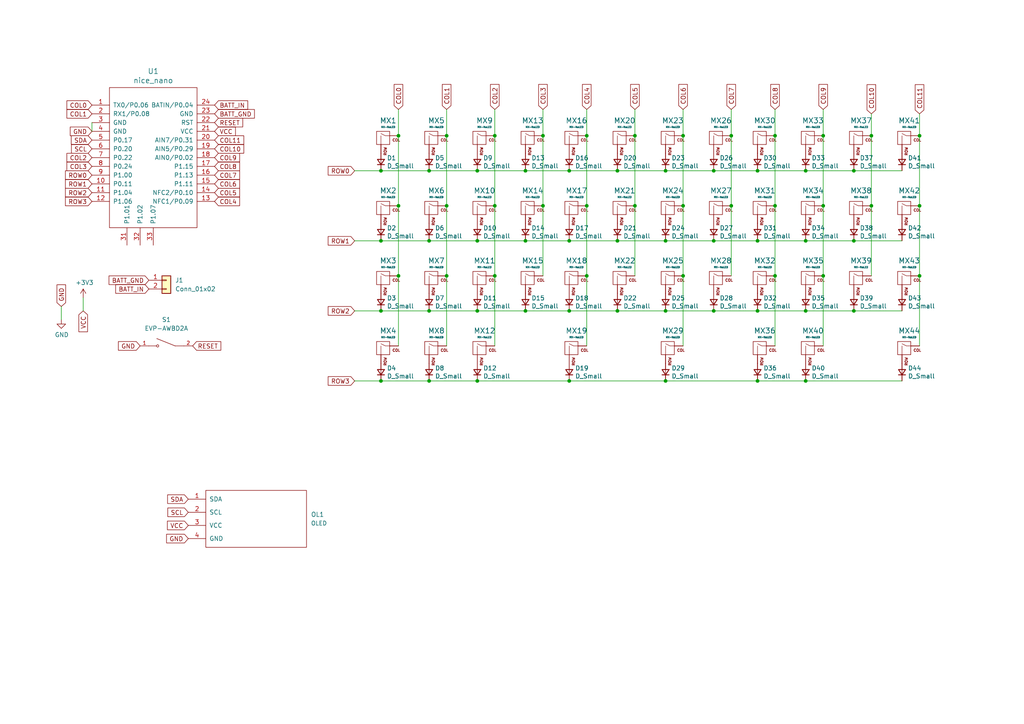
<source format=kicad_sch>
(kicad_sch (version 20211123) (generator eeschema)
  (paper "A4")
  (lib_symbols
    (symbol "Connector_Generic:Conn_01x02" (pin_names (offset 1.016) hide)
      (property "Reference" "J" (at 0 2.54 0))
      (property "Value" "Conn_01x02" (at 0 -5.08 0))
      (symbol "Conn_01x02_1_1"
        (rectangle (start -1.27 -2.413) (end 0 -2.667) (stroke (width 0.1524)))
        (rectangle (start -1.27 0.127) (end 0 -0.127) (stroke (width 0.1524)))
        (rectangle (start -1.27 1.27) (end 1.27 -3.81) (stroke (width 0.254)) (fill (type background)))
        (pin passive line (at -5.08 0 0) (length 3.81) (name "Pin_1") (number "1"))
        (pin passive line (at -5.08 -2.54 0) (length 3.81) (name "Pin_2") (number "2"))
      )
    )
    (symbol "Device:D_Small" (pin_numbers hide) (pin_names (offset 0.254) hide)
      (property "Reference" "D" (at -1.27 2.032 0))
      (property "Value" "D_Small" (at -3.81 -2.032 0))
      (symbol "D_Small_0_1"
        (polyline (pts (xy -0.762 -1.016) (xy -0.762 1.016)) (stroke (width 0.254)))
        (polyline (pts (xy -0.762 0) (xy 0.762 0)))
        (polyline (pts (xy 0.762 -1.016) (xy -0.762 0) (xy 0.762 1.016) (xy 0.762 -1.016)) (stroke (width 0.254)))
      )
      (symbol "D_Small_1_1"
        (pin passive line (at -2.54 0 0) (length 1.778) (name "K") (number "1"))
        (pin passive line (at 2.54 0 180) (length 1.778) (name "A") (number "2"))
      )
    )
    (symbol "EVP-AWBD2A:EVP-AWBD2A" (pin_names (offset 1.016) hide)
      (property "Reference" "S" (at -5.08 2.54 0))
      (property "Value" "EVP-AWBD2A" (at -5.08 -2.54 0))
      (symbol "EVP-AWBD2A_0_0"
        (circle (center -2.54 0) (radius 0.3302) (stroke (width 0.1524)))
        (polyline (pts (xy -5.08 0) (xy -2.921 0)) (stroke (width 0.1524)))
        (polyline (pts (xy 2.54 0) (xy -2.794 2.1336)) (stroke (width 0.1524)))
        (polyline (pts (xy 2.54 0) (xy 5.08 0)) (stroke (width 0.1524)))
        (pin passive line (at -7.62 0 0) (length 2.54) (name "~") (number "1"))
        (pin passive line (at 7.62 0 180) (length 2.54) (name "~") (number "2"))
      )
    )
    (symbol "MX_Alps_Hybrid:MX-NoLED" (pin_names (offset 1.016))
      (property "Reference" "MX" (at -0.635 3.81 0))
      (property "Value" "MX-NoLED" (at -0.635 1.27 0))
      (symbol "MX-NoLED_0_0"
        (rectangle (start -2.54 2.54) (end 1.27 -1.27))
        (polyline (pts (xy -1.27 -1.27) (xy -1.27 1.27)) (stroke (width 0.127)))
        (polyline (pts (xy 1.27 1.27) (xy 0 1.27) (xy -1.27 1.905)) (stroke (width 0.127)))
        (text "COL" (at 3.175 0 0) (effects (font (size 0.762 0.762))))
        (text "ROW" (at 0 -1.905 900) (effects (font (size 0.762 0.762)) (justify right)))
      )
      (symbol "MX-NoLED_1_1"
        (pin passive line (at 3.81 1.27 180) (length 2.54) (name "COL") (number "1"))
        (pin passive line (at -1.27 -3.81 90) (length 2.54) (name "ROW") (number "2"))
      )
    )
    (symbol "kbd:OLED" (pin_names (offset 1.016))
      (property "Reference" "OL" (at 0 2.54 0))
      (property "Value" "OLED" (at 0 -1.27 0))
      (symbol "OLED_0_1"
        (rectangle (start -13.97 8.89) (end 15.24 -7.62))
      )
      (symbol "OLED_1_1"
        (pin bidirectional line (at -19.05 6.35 0) (length 5.08) (name "SDA") (number "1"))
        (pin bidirectional line (at -19.05 2.54 0) (length 5.08) (name "SCL") (number "2"))
        (pin power_in line (at -19.05 -1.27 0) (length 5.08) (name "VCC") (number "3"))
        (pin power_in line (at -19.05 -5.08 0) (length 5.08) (name "GND") (number "4"))
      )
    )
    (symbol "nice_nano:nice_nano" (pin_names (offset 1.016))
      (property "Reference" "U" (at 0 0 0))
      (property "Value" "nice_nano" (at 0 2.54 0))
      (symbol "nice_nano_0_1"
        (rectangle (start -12.7 -21.59) (end 12.7 19.05))
      )
      (symbol "nice_nano_1_1"
        (pin input line (at -17.78 13.97 0) (length 5.08) (name "TX0/P0.06") (number "1"))
        (pin input line (at -17.78 -8.89 0) (length 5.08) (name "P0.11") (number "10"))
        (pin input line (at -17.78 -11.43 0) (length 5.08) (name "P1.04") (number "11"))
        (pin input line (at -17.78 -13.97 0) (length 5.08) (name "P1.06") (number "12"))
        (pin input line (at 17.78 -13.97 180) (length 5.08) (name "NFC1/P0.09") (number "13"))
        (pin input line (at 17.78 -11.43 180) (length 5.08) (name "NFC2/P0.10") (number "14"))
        (pin input line (at 17.78 -8.89 180) (length 5.08) (name "P1.11") (number "15"))
        (pin input line (at 17.78 -6.35 180) (length 5.08) (name "P1.13") (number "16"))
        (pin input line (at 17.78 -3.81 180) (length 5.08) (name "P1.15") (number "17"))
        (pin input line (at 17.78 -1.27 180) (length 5.08) (name "AIN0/P0.02") (number "18"))
        (pin input line (at 17.78 1.27 180) (length 5.08) (name "AIN5/P0.29") (number "19"))
        (pin input line (at -17.78 11.43 0) (length 5.08) (name "RX1/P0.08") (number "2"))
        (pin input line (at 17.78 3.81 180) (length 5.08) (name "AIN7/P0.31") (number "20"))
        (pin input line (at 17.78 6.35 180) (length 5.08) (name "VCC") (number "21"))
        (pin input line (at 17.78 8.89 180) (length 5.08) (name "RST") (number "22"))
        (pin input line (at 17.78 11.43 180) (length 5.08) (name "GND") (number "23"))
        (pin input line (at 17.78 13.97 180) (length 5.08) (name "BATIN/P0.04") (number "24"))
        (pin input line (at -17.78 8.89 0) (length 5.08) (name "GND") (number "3"))
        (pin input line (at -7.62 -26.67 90) (length 5.08) (name "P1.01") (number "31"))
        (pin input line (at -3.81 -26.67 90) (length 5.08) (name "P1.02") (number "32"))
        (pin input line (at 0 -26.67 90) (length 5.08) (name "P1.07") (number "33"))
        (pin input line (at -17.78 6.35 0) (length 5.08) (name "GND") (number "4"))
        (pin input line (at -17.78 3.81 0) (length 5.08) (name "P0.17") (number "5"))
        (pin input line (at -17.78 1.27 0) (length 5.08) (name "P0.20") (number "6"))
        (pin input line (at -17.78 -1.27 0) (length 5.08) (name "P0.22") (number "7"))
        (pin input line (at -17.78 -3.81 0) (length 5.08) (name "P0.24") (number "8"))
        (pin input line (at -17.78 -6.35 0) (length 5.08) (name "P1.00") (number "9"))
      )
    )
    (symbol "power:+3.3V" (power) (pin_names (offset 0))
      (property "Value" "+3.3V" (at 0 3.556 0))
      (symbol "+3.3V_0_1"
        (polyline (pts (xy -0.762 1.27) (xy 0 2.54)))
        (polyline (pts (xy 0 0) (xy 0 2.54)))
        (polyline (pts (xy 0 2.54) (xy 0.762 1.27)))
      )
      (symbol "+3.3V_1_1"
        (pin power_in line (at 0 0 90) (length 0) hide (name "+3V3") (number "1"))
      )
    )
    (symbol "power:GND" (power) (pin_names (offset 0))
      (property "Value" "GND" (at 0 -3.81 0))
      (symbol "GND_0_1"
        (polyline (pts (xy 0 0) (xy 0 -1.27) (xy 1.27 -1.27) (xy 0 -2.54) (xy -1.27 -1.27) (xy 0 -1.27)))
      )
      (symbol "GND_1_1"
        (pin power_in line (at 0 0 270) (length 0) hide (name "GND") (number "1"))
      )
    )
  )
  (junction (at 224.79 39.37))
  (junction (at 124.46 49.53))
  (junction (at 115.57 39.37))
  (junction (at 224.79 59.69))
  (junction (at 198.12 59.69))
  (junction (at 179.07 49.53))
  (junction (at 124.46 90.17))
  (junction (at 165.1 110.49))
  (junction (at 157.48 59.69))
  (junction (at 179.07 69.85))
  (junction (at 212.09 59.69))
  (junction (at 129.54 80.01))
  (junction (at 193.04 49.53))
  (junction (at 124.46 69.85))
  (junction (at 193.04 90.17))
  (junction (at 157.48 39.37))
  (junction (at 238.76 80.01))
  (junction (at 219.71 90.17))
  (junction (at 129.54 59.69))
  (junction (at 165.1 49.53))
  (junction (at 266.7 80.01))
  (junction (at 179.07 90.17))
  (junction (at 110.49 49.53))
  (junction (at 219.71 110.49))
  (junction (at 138.43 90.17))
  (junction (at 170.18 59.69))
  (junction (at 198.12 39.37))
  (junction (at 138.43 110.49))
  (junction (at 219.71 69.85))
  (junction (at 238.76 59.69))
  (junction (at 207.01 49.53))
  (junction (at 110.49 110.49))
  (junction (at 207.01 90.17))
  (junction (at 170.18 39.37))
  (junction (at 165.1 69.85))
  (junction (at 124.46 110.49))
  (junction (at 266.7 39.37))
  (junction (at 184.15 59.69))
  (junction (at 238.76 39.37))
  (junction (at 212.09 39.37))
  (junction (at 247.65 90.17))
  (junction (at 152.4 49.53))
  (junction (at 247.65 69.85))
  (junction (at 115.57 59.69))
  (junction (at 193.04 69.85))
  (junction (at 115.57 80.01))
  (junction (at 219.71 49.53))
  (junction (at 193.04 110.49))
  (junction (at 198.12 80.01))
  (junction (at 110.49 69.85))
  (junction (at 138.43 69.85))
  (junction (at 184.15 39.37))
  (junction (at 143.51 39.37))
  (junction (at 224.79 80.01))
  (junction (at 207.01 69.85))
  (junction (at 170.18 80.01))
  (junction (at 143.51 80.01))
  (junction (at 266.7 59.69))
  (junction (at 233.68 110.49))
  (junction (at 110.49 90.17))
  (junction (at 252.73 59.69))
  (junction (at 152.4 69.85))
  (junction (at 143.51 59.69))
  (junction (at 233.68 90.17))
  (junction (at 233.68 69.85))
  (junction (at 165.1 90.17))
  (junction (at 129.54 39.37))
  (junction (at 247.65 49.53))
  (junction (at 233.68 49.53))
  (junction (at 252.73 39.37))
  (junction (at 138.43 49.53))
  (junction (at 152.4 90.17))
  (wire (pts (xy 193.04 110.49) (xy 219.71 110.49)))
  (wire (pts (xy 252.73 39.37) (xy 252.73 59.69)))
  (wire (pts (xy 138.43 110.49) (xy 165.1 110.49)))
  (wire (pts (xy 193.04 90.17) (xy 207.01 90.17)))
  (wire (pts (xy 110.49 69.85) (xy 124.46 69.85)))
  (wire (pts (xy 179.07 69.85) (xy 193.04 69.85)))
  (wire (pts (xy 138.43 90.17) (xy 152.4 90.17)))
  (wire (pts (xy 170.18 39.37) (xy 170.18 59.69)))
  (wire (pts (xy 238.76 80.01) (xy 238.76 100.33)))
  (wire (pts (xy 219.71 110.49) (xy 233.68 110.49)))
  (wire (pts (xy 184.15 59.69) (xy 184.15 80.01)))
  (wire (pts (xy 143.51 80.01) (xy 143.51 100.33)))
  (wire (pts (xy 224.79 59.69) (xy 224.79 80.01)))
  (wire (pts (xy 157.48 31.75) (xy 157.48 39.37)))
  (wire (pts (xy 219.71 90.17) (xy 233.68 90.17)))
  (wire (pts (xy 102.87 49.53) (xy 110.49 49.53)))
  (wire (pts (xy 143.51 31.75) (xy 143.51 39.37)))
  (wire (pts (xy 219.71 69.85) (xy 233.68 69.85)))
  (wire (pts (xy 152.4 49.53) (xy 165.1 49.53)))
  (wire (pts (xy 219.71 49.53) (xy 233.68 49.53)))
  (wire (pts (xy 102.87 90.17) (xy 110.49 90.17)))
  (wire (pts (xy 233.68 69.85) (xy 247.65 69.85)))
  (wire (pts (xy 198.12 39.37) (xy 198.12 59.69)))
  (wire (pts (xy 129.54 59.69) (xy 129.54 80.01)))
  (wire (pts (xy 224.79 80.01) (xy 224.79 100.33)))
  (wire (pts (xy 252.73 59.69) (xy 252.73 80.01)))
  (wire (pts (xy 110.49 110.49) (xy 124.46 110.49)))
  (wire (pts (xy 207.01 69.85) (xy 219.71 69.85)))
  (wire (pts (xy 129.54 39.37) (xy 129.54 59.69)))
  (wire (pts (xy 138.43 69.85) (xy 152.4 69.85)))
  (wire (pts (xy 157.48 39.37) (xy 157.48 59.69)))
  (wire (pts (xy 115.57 59.69) (xy 115.57 80.01)))
  (wire (pts (xy 247.65 69.85) (xy 261.62 69.85)))
  (wire (pts (xy 238.76 31.75) (xy 238.76 39.37)))
  (wire (pts (xy 224.79 39.37) (xy 224.79 59.69)))
  (wire (pts (xy 102.87 69.85) (xy 110.49 69.85)))
  (wire (pts (xy 115.57 39.37) (xy 115.57 59.69)))
  (wire (pts (xy 24.13 86.36) (xy 24.13 90.17)))
  (wire (pts (xy 124.46 90.17) (xy 138.43 90.17)))
  (wire (pts (xy 193.04 69.85) (xy 207.01 69.85)))
  (wire (pts (xy 124.46 69.85) (xy 138.43 69.85)))
  (wire (pts (xy 266.7 33.02) (xy 266.7 39.37)))
  (wire (pts (xy 124.46 110.49) (xy 138.43 110.49)))
  (wire (pts (xy 266.7 39.37) (xy 266.7 59.69)))
  (wire (pts (xy 129.54 31.75) (xy 129.54 39.37)))
  (wire (pts (xy 165.1 90.17) (xy 179.07 90.17)))
  (wire (pts (xy 26.67 35.56) (xy 26.67 38.1)))
  (wire (pts (xy 165.1 69.85) (xy 179.07 69.85)))
  (wire (pts (xy 193.04 49.53) (xy 207.01 49.53)))
  (wire (pts (xy 238.76 39.37) (xy 238.76 59.69)))
  (wire (pts (xy 170.18 31.75) (xy 170.18 39.37)))
  (wire (pts (xy 152.4 69.85) (xy 165.1 69.85)))
  (wire (pts (xy 207.01 90.17) (xy 219.71 90.17)))
  (wire (pts (xy 247.65 49.53) (xy 261.62 49.53)))
  (wire (pts (xy 157.48 59.69) (xy 157.48 80.01)))
  (wire (pts (xy 198.12 59.69) (xy 198.12 80.01)))
  (wire (pts (xy 124.46 49.53) (xy 138.43 49.53)))
  (wire (pts (xy 115.57 31.75) (xy 115.57 39.37)))
  (wire (pts (xy 212.09 59.69) (xy 212.09 80.01)))
  (wire (pts (xy 17.78 92.71) (xy 17.78 88.9)))
  (wire (pts (xy 110.49 90.17) (xy 124.46 90.17)))
  (wire (pts (xy 184.15 31.75) (xy 184.15 39.37)))
  (wire (pts (xy 233.68 90.17) (xy 247.65 90.17)))
  (wire (pts (xy 143.51 39.37) (xy 143.51 59.69)))
  (wire (pts (xy 115.57 80.01) (xy 115.57 100.33)))
  (wire (pts (xy 252.73 33.02) (xy 252.73 39.37)))
  (wire (pts (xy 233.68 110.49) (xy 261.62 110.49)))
  (wire (pts (xy 266.7 80.01) (xy 266.7 100.33)))
  (wire (pts (xy 198.12 80.01) (xy 198.12 100.33)))
  (wire (pts (xy 138.43 49.53) (xy 152.4 49.53)))
  (wire (pts (xy 247.65 90.17) (xy 261.62 90.17)))
  (wire (pts (xy 179.07 49.53) (xy 193.04 49.53)))
  (wire (pts (xy 266.7 59.69) (xy 266.7 80.01)))
  (wire (pts (xy 179.07 90.17) (xy 193.04 90.17)))
  (wire (pts (xy 224.79 31.75) (xy 224.79 39.37)))
  (wire (pts (xy 143.51 59.69) (xy 143.51 80.01)))
  (wire (pts (xy 165.1 110.49) (xy 193.04 110.49)))
  (wire (pts (xy 170.18 59.69) (xy 170.18 80.01)))
  (wire (pts (xy 165.1 49.53) (xy 179.07 49.53)))
  (wire (pts (xy 129.54 80.01) (xy 129.54 100.33)))
  (wire (pts (xy 184.15 39.37) (xy 184.15 59.69)))
  (wire (pts (xy 212.09 39.37) (xy 212.09 59.69)))
  (wire (pts (xy 233.68 49.53) (xy 247.65 49.53)))
  (wire (pts (xy 238.76 59.69) (xy 238.76 80.01)))
  (wire (pts (xy 102.87 110.49) (xy 110.49 110.49)))
  (wire (pts (xy 152.4 90.17) (xy 165.1 90.17)))
  (wire (pts (xy 212.09 31.75) (xy 212.09 39.37)))
  (wire (pts (xy 207.01 49.53) (xy 219.71 49.53)))
  (wire (pts (xy 198.12 31.75) (xy 198.12 39.37)))
  (wire (pts (xy 170.18 80.01) (xy 170.18 100.33)))
  (wire (pts (xy 110.49 49.53) (xy 124.46 49.53)))
  (global_label "COL0" (shape input) (at 115.57 31.75 90) (property "Intersheet References" "${INTERSHEET_REFS}" (effects hide)))
  (global_label "COL7" (shape input) (at 62.23 50.8 0) (property "Intersheet References" "${INTERSHEET_REFS}" (effects hide)))
  (global_label "GND" (shape input) (at 40.64 100.33 180) (property "Intersheet References" "${INTERSHEET_REFS}" (effects hide)))
  (global_label "GND" (shape input) (at 17.78 88.9 90) (property "Intersheet References" "${INTERSHEET_REFS}" (effects hide)))
  (global_label "BATT_IN" (shape input) (at 43.18 83.82 180) (property "Intersheet References" "${INTERSHEET_REFS}" (effects hide)))
  (global_label "GND" (shape input) (at 54.61 156.21 180) (property "Intersheet References" "${INTERSHEET_REFS}" (effects hide)))
  (global_label "RESET" (shape input) (at 55.88 100.33 0) (property "Intersheet References" "${INTERSHEET_REFS}" (effects hide)))
  (global_label "COL8" (shape input) (at 224.79 31.75 90) (property "Intersheet References" "${INTERSHEET_REFS}" (effects hide)))
  (global_label "COL9" (shape input) (at 62.23 45.72 0) (property "Intersheet References" "${INTERSHEET_REFS}" (effects hide)))
  (global_label "COL11" (shape input) (at 62.23 40.64 0) (property "Intersheet References" "${INTERSHEET_REFS}" (effects hide)))
  (global_label "SCL" (shape input) (at 26.67 43.18 180) (property "Intersheet References" "${INTERSHEET_REFS}" (effects hide)))
  (global_label "COL6" (shape input) (at 62.23 53.34 0) (property "Intersheet References" "${INTERSHEET_REFS}" (effects hide)))
  (global_label "RESET" (shape input) (at 62.23 35.56 0) (property "Intersheet References" "${INTERSHEET_REFS}" (effects hide)))
  (global_label "ROW3" (shape input) (at 102.87 110.49 180) (property "Intersheet References" "${INTERSHEET_REFS}" (effects hide)))
  (global_label "COL5" (shape input) (at 62.23 55.88 0) (property "Intersheet References" "${INTERSHEET_REFS}" (effects hide)))
  (global_label "COL0" (shape input) (at 26.67 30.48 180) (property "Intersheet References" "${INTERSHEET_REFS}" (effects hide)))
  (global_label "COL5" (shape input) (at 184.15 31.75 90) (property "Intersheet References" "${INTERSHEET_REFS}" (effects hide)))
  (global_label "ROW1" (shape input) (at 26.67 53.34 180) (property "Intersheet References" "${INTERSHEET_REFS}" (effects hide)))
  (global_label "COL1" (shape input) (at 26.67 33.02 180) (property "Intersheet References" "${INTERSHEET_REFS}" (effects hide)))
  (global_label "COL9" (shape input) (at 238.76 31.75 90) (property "Intersheet References" "${INTERSHEET_REFS}" (effects hide)))
  (global_label "COL1" (shape input) (at 129.54 31.75 90) (property "Intersheet References" "${INTERSHEET_REFS}" (effects hide)))
  (global_label "VCC" (shape input) (at 24.13 90.17 270) (property "Intersheet References" "${INTERSHEET_REFS}" (effects hide)))
  (global_label "COL6" (shape input) (at 198.12 31.75 90) (property "Intersheet References" "${INTERSHEET_REFS}" (effects hide)))
  (global_label "VCC" (shape input) (at 54.61 152.4 180) (property "Intersheet References" "${INTERSHEET_REFS}" (effects hide)))
  (global_label "SDA" (shape input) (at 54.61 144.78 180) (property "Intersheet References" "${INTERSHEET_REFS}" (effects hide)))
  (global_label "COL11" (shape input) (at 266.7 33.02 90) (property "Intersheet References" "${INTERSHEET_REFS}" (effects hide)))
  (global_label "BATT_GND" (shape input) (at 62.23 33.02 0) (property "Intersheet References" "${INTERSHEET_REFS}" (effects hide)))
  (global_label "ROW3" (shape input) (at 26.67 58.42 180) (property "Intersheet References" "${INTERSHEET_REFS}" (effects hide)))
  (global_label "COL7" (shape input) (at 212.09 31.75 90) (property "Intersheet References" "${INTERSHEET_REFS}" (effects hide)))
  (global_label "BATT_IN" (shape input) (at 62.23 30.48 0) (property "Intersheet References" "${INTERSHEET_REFS}" (effects hide)))
  (global_label "COL4" (shape input) (at 170.18 31.75 90) (property "Intersheet References" "${INTERSHEET_REFS}" (effects hide)))
  (global_label "COL4" (shape input) (at 62.23 58.42 0) (property "Intersheet References" "${INTERSHEET_REFS}" (effects hide)))
  (global_label "COL2" (shape input) (at 26.67 45.72 180) (property "Intersheet References" "${INTERSHEET_REFS}" (effects hide)))
  (global_label "GND" (shape input) (at 26.67 38.1 180) (property "Intersheet References" "${INTERSHEET_REFS}" (effects hide)))
  (global_label "COL10" (shape input) (at 62.23 43.18 0) (property "Intersheet References" "${INTERSHEET_REFS}" (effects hide)))
  (global_label "ROW0" (shape input) (at 102.87 49.53 180) (property "Intersheet References" "${INTERSHEET_REFS}" (effects hide)))
  (global_label "BATT_GND" (shape input) (at 43.18 81.28 180) (property "Intersheet References" "${INTERSHEET_REFS}" (effects hide)))
  (global_label "ROW2" (shape input) (at 102.87 90.17 180) (property "Intersheet References" "${INTERSHEET_REFS}" (effects hide)))
  (global_label "SCL" (shape input) (at 54.61 148.59 180) (property "Intersheet References" "${INTERSHEET_REFS}" (effects hide)))
  (global_label "ROW0" (shape input) (at 26.67 50.8 180) (property "Intersheet References" "${INTERSHEET_REFS}" (effects hide)))
  (global_label "COL2" (shape input) (at 143.51 31.75 90) (property "Intersheet References" "${INTERSHEET_REFS}" (effects hide)))
  (global_label "ROW2" (shape input) (at 26.67 55.88 180) (property "Intersheet References" "${INTERSHEET_REFS}" (effects hide)))
  (global_label "COL3" (shape input) (at 26.67 48.26 180) (property "Intersheet References" "${INTERSHEET_REFS}" (effects hide)))
  (global_label "COL10" (shape input) (at 252.73 33.02 90) (property "Intersheet References" "${INTERSHEET_REFS}" (effects hide)))
  (global_label "ROW1" (shape input) (at 102.87 69.85 180) (property "Intersheet References" "${INTERSHEET_REFS}" (effects hide)))
  (global_label "VCC" (shape input) (at 62.23 38.1 0) (property "Intersheet References" "${INTERSHEET_REFS}" (effects hide)))
  (global_label "SDA" (shape input) (at 26.67 40.64 180) (property "Intersheet References" "${INTERSHEET_REFS}" (effects hide)))
  (global_label "COL3" (shape input) (at 157.48 31.75 90) (property "Intersheet References" "${INTERSHEET_REFS}" (effects hide)))
  (global_label "COL8" (shape input) (at 62.23 48.26 0) (property "Intersheet References" "${INTERSHEET_REFS}" (effects hide)))
  (symbol (lib_id "nice_nano:nice_nano") (at 44.45 44.45 0) (unit 1)
    (property "Reference" "U1" (at 44.45 20.6502 0) (effects (font (size 1.524 1.524))))
    (property "Value" "nice_nano" (at 44.45 23.3426 0) (effects (font (size 1.524 1.524))))
    (property "Footprint" "nice-nano-kicad:nice_nano" (effects hide))
  )
  (symbol (lib_id "power:GND") (at 17.78 92.71 0) (unit 1)
    (property "Reference" "#PWR0101" (effects hide))
    (property "Value" "GND" (at 17.907 97.1042 0))
  )
  (symbol (lib_id "power:+3.3V") (at 24.13 86.36 0) (unit 1)
    (property "Reference" "#PWR0102" (effects hide))
    (property "Value" "+3.3V" (at 24.511 81.9658 0))
  )
  (symbol (lib_id "MX_Alps_Hybrid:MX-NoLED") (at 111.76 40.64 0) (unit 1)
    (property "Reference" "MX1" (at 112.5982 34.9758 0) (effects (font (size 1.524 1.524))))
    (property "Value" "MX-NoLED" (at 112.5982 36.8554 0) (effects (font (size 0.508 0.508))))
    (property "Footprint" "MX_Only:MXOnly-1U-Hotswap" (effects hide))
  )
  (symbol (lib_id "Device:D_Small") (at 110.49 46.99 90) (unit 1)
    (property "Reference" "D1" (at 112.2172 45.8216 90) (effects (justify right)))
    (property "Value" "D_Small" (at 112.2172 48.133 90) (effects (justify right)))
    (property "Footprint" "Diode_SMD:D_SMA_Handsoldering" (effects hide))
  )
  (symbol (lib_id "MX_Alps_Hybrid:MX-NoLED") (at 125.73 40.64 0) (unit 1)
    (property "Reference" "MX5" (at 126.5682 34.9758 0) (effects (font (size 1.524 1.524))))
    (property "Value" "MX-NoLED" (at 126.5682 36.8554 0) (effects (font (size 0.508 0.508))))
    (property "Footprint" "MX_Only:MXOnly-1U-Hotswap" (effects hide))
  )
  (symbol (lib_id "Device:D_Small") (at 124.46 46.99 90) (unit 1)
    (property "Reference" "D5" (at 126.1872 45.8216 90) (effects (justify right)))
    (property "Value" "D_Small" (at 126.1872 48.133 90) (effects (justify right)))
    (property "Footprint" "Diode_SMD:D_SMA_Handsoldering" (effects hide))
  )
  (symbol (lib_id "MX_Alps_Hybrid:MX-NoLED") (at 139.7 40.64 0) (unit 1)
    (property "Reference" "MX9" (at 140.5382 34.9758 0) (effects (font (size 1.524 1.524))))
    (property "Value" "MX-NoLED" (at 140.5382 36.8554 0) (effects (font (size 0.508 0.508))))
    (property "Footprint" "MX_Only:MXOnly-1U-Hotswap" (effects hide))
  )
  (symbol (lib_id "Device:D_Small") (at 138.43 46.99 90) (unit 1)
    (property "Reference" "D9" (at 140.1572 45.8216 90) (effects (justify right)))
    (property "Value" "D_Small" (at 140.1572 48.133 90) (effects (justify right)))
    (property "Footprint" "Diode_SMD:D_SMA_Handsoldering" (effects hide))
  )
  (symbol (lib_id "MX_Alps_Hybrid:MX-NoLED") (at 153.67 40.64 0) (unit 1)
    (property "Reference" "MX13" (at 154.5082 34.9758 0) (effects (font (size 1.524 1.524))))
    (property "Value" "MX-NoLED" (at 154.5082 36.8554 0) (effects (font (size 0.508 0.508))))
    (property "Footprint" "MX_Only:MXOnly-1U-Hotswap" (effects hide))
  )
  (symbol (lib_id "Device:D_Small") (at 152.4 46.99 90) (unit 1)
    (property "Reference" "D13" (at 154.1272 45.8216 90) (effects (justify right)))
    (property "Value" "D_Small" (at 154.1272 48.133 90) (effects (justify right)))
    (property "Footprint" "Diode_SMD:D_SMA_Handsoldering" (effects hide))
  )
  (symbol (lib_id "MX_Alps_Hybrid:MX-NoLED") (at 166.37 40.64 0) (unit 1)
    (property "Reference" "MX16" (at 167.2082 34.9758 0) (effects (font (size 1.524 1.524))))
    (property "Value" "MX-NoLED" (at 167.2082 36.8554 0) (effects (font (size 0.508 0.508))))
    (property "Footprint" "MX_Only:MXOnly-1U-Hotswap" (effects hide))
  )
  (symbol (lib_id "Device:D_Small") (at 165.1 46.99 90) (unit 1)
    (property "Reference" "D16" (at 166.8272 45.8216 90) (effects (justify right)))
    (property "Value" "D_Small" (at 166.8272 48.133 90) (effects (justify right)))
    (property "Footprint" "Diode_SMD:D_SMA_Handsoldering" (effects hide))
  )
  (symbol (lib_id "MX_Alps_Hybrid:MX-NoLED") (at 180.34 40.64 0) (unit 1)
    (property "Reference" "MX20" (at 181.1782 34.9758 0) (effects (font (size 1.524 1.524))))
    (property "Value" "MX-NoLED" (at 181.1782 36.8554 0) (effects (font (size 0.508 0.508))))
    (property "Footprint" "MX_Only:MXOnly-1U-Hotswap" (effects hide))
  )
  (symbol (lib_id "Device:D_Small") (at 179.07 46.99 90) (unit 1)
    (property "Reference" "D20" (at 180.7972 45.8216 90) (effects (justify right)))
    (property "Value" "D_Small" (at 180.7972 48.133 90) (effects (justify right)))
    (property "Footprint" "Diode_SMD:D_SMA_Handsoldering" (effects hide))
  )
  (symbol (lib_id "MX_Alps_Hybrid:MX-NoLED") (at 194.31 40.64 0) (unit 1)
    (property "Reference" "MX23" (at 195.1482 34.9758 0) (effects (font (size 1.524 1.524))))
    (property "Value" "MX-NoLED" (at 195.1482 36.8554 0) (effects (font (size 0.508 0.508))))
    (property "Footprint" "MX_Only:MXOnly-1U-Hotswap" (effects hide))
  )
  (symbol (lib_id "Device:D_Small") (at 193.04 46.99 90) (unit 1)
    (property "Reference" "D23" (at 194.7672 45.8216 90) (effects (justify right)))
    (property "Value" "D_Small" (at 194.7672 48.133 90) (effects (justify right)))
    (property "Footprint" "Diode_SMD:D_SMA_Handsoldering" (effects hide))
  )
  (symbol (lib_id "MX_Alps_Hybrid:MX-NoLED") (at 208.28 40.64 0) (unit 1)
    (property "Reference" "MX26" (at 209.1182 34.9758 0) (effects (font (size 1.524 1.524))))
    (property "Value" "MX-NoLED" (at 209.1182 36.8554 0) (effects (font (size 0.508 0.508))))
    (property "Footprint" "MX_Only:MXOnly-1U-Hotswap" (effects hide))
  )
  (symbol (lib_id "Device:D_Small") (at 207.01 46.99 90) (unit 1)
    (property "Reference" "D26" (at 208.7372 45.8216 90) (effects (justify right)))
    (property "Value" "D_Small" (at 208.7372 48.133 90) (effects (justify right)))
    (property "Footprint" "Diode_SMD:D_SMA_Handsoldering" (effects hide))
  )
  (symbol (lib_id "MX_Alps_Hybrid:MX-NoLED") (at 220.98 40.64 0) (unit 1)
    (property "Reference" "MX30" (at 221.8182 34.9758 0) (effects (font (size 1.524 1.524))))
    (property "Value" "MX-NoLED" (at 221.8182 36.8554 0) (effects (font (size 0.508 0.508))))
    (property "Footprint" "MX_Only:MXOnly-1U-Hotswap" (effects hide))
  )
  (symbol (lib_id "Device:D_Small") (at 219.71 46.99 90) (unit 1)
    (property "Reference" "D30" (at 221.4372 45.8216 90) (effects (justify right)))
    (property "Value" "D_Small" (at 221.4372 48.133 90) (effects (justify right)))
    (property "Footprint" "Diode_SMD:D_SMA_Handsoldering" (effects hide))
  )
  (symbol (lib_id "MX_Alps_Hybrid:MX-NoLED") (at 234.95 40.64 0) (unit 1)
    (property "Reference" "MX33" (at 235.7882 34.9758 0) (effects (font (size 1.524 1.524))))
    (property "Value" "MX-NoLED" (at 235.7882 36.8554 0) (effects (font (size 0.508 0.508))))
    (property "Footprint" "MX_Only:MXOnly-1U-Hotswap" (effects hide))
  )
  (symbol (lib_id "Device:D_Small") (at 233.68 46.99 90) (unit 1)
    (property "Reference" "D33" (at 235.4072 45.8216 90) (effects (justify right)))
    (property "Value" "D_Small" (at 235.4072 48.133 90) (effects (justify right)))
    (property "Footprint" "Diode_SMD:D_SMA_Handsoldering" (effects hide))
  )
  (symbol (lib_id "MX_Alps_Hybrid:MX-NoLED") (at 248.92 40.64 0) (unit 1)
    (property "Reference" "MX37" (at 249.7582 34.9758 0) (effects (font (size 1.524 1.524))))
    (property "Value" "MX-NoLED" (at 249.7582 36.8554 0) (effects (font (size 0.508 0.508))))
    (property "Footprint" "MX_Only:MXOnly-1U-Hotswap" (effects hide))
  )
  (symbol (lib_id "Device:D_Small") (at 247.65 46.99 90) (unit 1)
    (property "Reference" "D37" (at 249.3772 45.8216 90) (effects (justify right)))
    (property "Value" "D_Small" (at 249.3772 48.133 90) (effects (justify right)))
    (property "Footprint" "Diode_SMD:D_SMA_Handsoldering" (effects hide))
  )
  (symbol (lib_id "MX_Alps_Hybrid:MX-NoLED") (at 262.89 40.64 0) (unit 1)
    (property "Reference" "MX41" (at 263.7282 34.9758 0) (effects (font (size 1.524 1.524))))
    (property "Value" "MX-NoLED" (at 263.7282 36.8554 0) (effects (font (size 0.508 0.508))))
    (property "Footprint" "MX_Only:MXOnly-1.75U-Hotswap" (effects hide))
  )
  (symbol (lib_id "Device:D_Small") (at 261.62 46.99 90) (unit 1)
    (property "Reference" "D41" (at 263.3472 45.8216 90) (effects (justify right)))
    (property "Value" "D_Small" (at 263.3472 48.133 90) (effects (justify right)))
    (property "Footprint" "Diode_SMD:D_SMA_Handsoldering" (effects hide))
  )
  (symbol (lib_id "MX_Alps_Hybrid:MX-NoLED") (at 111.76 60.96 0) (unit 1)
    (property "Reference" "MX2" (at 112.5982 55.2958 0) (effects (font (size 1.524 1.524))))
    (property "Value" "MX-NoLED" (at 112.5982 57.1754 0) (effects (font (size 0.508 0.508))))
    (property "Footprint" "MX_Only:MXOnly-1.25U-Hotswap" (effects hide))
  )
  (symbol (lib_id "Device:D_Small") (at 110.49 67.31 90) (unit 1)
    (property "Reference" "D2" (at 112.2172 66.1416 90) (effects (justify right)))
    (property "Value" "D_Small" (at 112.2172 68.453 90) (effects (justify right)))
    (property "Footprint" "Diode_SMD:D_SMA_Handsoldering" (effects hide))
  )
  (symbol (lib_id "MX_Alps_Hybrid:MX-NoLED") (at 125.73 60.96 0) (unit 1)
    (property "Reference" "MX6" (at 126.5682 55.2958 0) (effects (font (size 1.524 1.524))))
    (property "Value" "MX-NoLED" (at 126.5682 57.1754 0) (effects (font (size 0.508 0.508))))
    (property "Footprint" "MX_Only:MXOnly-1U-Hotswap" (effects hide))
  )
  (symbol (lib_id "Device:D_Small") (at 124.46 67.31 90) (unit 1)
    (property "Reference" "D6" (at 126.1872 66.1416 90) (effects (justify right)))
    (property "Value" "D_Small" (at 126.1872 68.453 90) (effects (justify right)))
    (property "Footprint" "Diode_SMD:D_SMA_Handsoldering" (effects hide))
  )
  (symbol (lib_id "MX_Alps_Hybrid:MX-NoLED") (at 139.7 60.96 0) (unit 1)
    (property "Reference" "MX10" (at 140.5382 55.2958 0) (effects (font (size 1.524 1.524))))
    (property "Value" "MX-NoLED" (at 140.5382 57.1754 0) (effects (font (size 0.508 0.508))))
    (property "Footprint" "MX_Only:MXOnly-1U-Hotswap" (effects hide))
  )
  (symbol (lib_id "Device:D_Small") (at 138.43 67.31 90) (unit 1)
    (property "Reference" "D10" (at 140.1572 66.1416 90) (effects (justify right)))
    (property "Value" "D_Small" (at 140.1572 68.453 90) (effects (justify right)))
    (property "Footprint" "Diode_SMD:D_SMA_Handsoldering" (effects hide))
  )
  (symbol (lib_id "MX_Alps_Hybrid:MX-NoLED") (at 153.67 60.96 0) (unit 1)
    (property "Reference" "MX14" (at 154.5082 55.2958 0) (effects (font (size 1.524 1.524))))
    (property "Value" "MX-NoLED" (at 154.5082 57.1754 0) (effects (font (size 0.508 0.508))))
    (property "Footprint" "MX_Only:MXOnly-1U-Hotswap" (effects hide))
  )
  (symbol (lib_id "Device:D_Small") (at 152.4 67.31 90) (unit 1)
    (property "Reference" "D14" (at 154.1272 66.1416 90) (effects (justify right)))
    (property "Value" "D_Small" (at 154.1272 68.453 90) (effects (justify right)))
    (property "Footprint" "Diode_SMD:D_SMA_Handsoldering" (effects hide))
  )
  (symbol (lib_id "MX_Alps_Hybrid:MX-NoLED") (at 166.37 60.96 0) (unit 1)
    (property "Reference" "MX17" (at 167.2082 55.2958 0) (effects (font (size 1.524 1.524))))
    (property "Value" "MX-NoLED" (at 167.2082 57.1754 0) (effects (font (size 0.508 0.508))))
    (property "Footprint" "MX_Only:MXOnly-1U-Hotswap" (effects hide))
  )
  (symbol (lib_id "Device:D_Small") (at 165.1 67.31 90) (unit 1)
    (property "Reference" "D17" (at 166.8272 66.1416 90) (effects (justify right)))
    (property "Value" "D_Small" (at 166.8272 68.453 90) (effects (justify right)))
    (property "Footprint" "Diode_SMD:D_SMA_Handsoldering" (effects hide))
  )
  (symbol (lib_id "MX_Alps_Hybrid:MX-NoLED") (at 180.34 60.96 0) (unit 1)
    (property "Reference" "MX21" (at 181.1782 55.2958 0) (effects (font (size 1.524 1.524))))
    (property "Value" "MX-NoLED" (at 181.1782 57.1754 0) (effects (font (size 0.508 0.508))))
    (property "Footprint" "MX_Only:MXOnly-1U-Hotswap" (effects hide))
  )
  (symbol (lib_id "Device:D_Small") (at 179.07 67.31 90) (unit 1)
    (property "Reference" "D21" (at 180.7972 66.1416 90) (effects (justify right)))
    (property "Value" "D_Small" (at 180.7972 68.453 90) (effects (justify right)))
    (property "Footprint" "Diode_SMD:D_SMA_Handsoldering" (effects hide))
  )
  (symbol (lib_id "MX_Alps_Hybrid:MX-NoLED") (at 194.31 60.96 0) (unit 1)
    (property "Reference" "MX24" (at 195.1482 55.2958 0) (effects (font (size 1.524 1.524))))
    (property "Value" "MX-NoLED" (at 195.1482 57.1754 0) (effects (font (size 0.508 0.508))))
    (property "Footprint" "MX_Only:MXOnly-1U-Hotswap" (effects hide))
  )
  (symbol (lib_id "Device:D_Small") (at 193.04 67.31 90) (unit 1)
    (property "Reference" "D24" (at 194.7672 66.1416 90) (effects (justify right)))
    (property "Value" "D_Small" (at 194.7672 68.453 90) (effects (justify right)))
    (property "Footprint" "Diode_SMD:D_SMA_Handsoldering" (effects hide))
  )
  (symbol (lib_id "MX_Alps_Hybrid:MX-NoLED") (at 208.28 60.96 0) (unit 1)
    (property "Reference" "MX27" (at 209.1182 55.2958 0) (effects (font (size 1.524 1.524))))
    (property "Value" "MX-NoLED" (at 209.1182 57.1754 0) (effects (font (size 0.508 0.508))))
    (property "Footprint" "MX_Only:MXOnly-1U-Hotswap" (effects hide))
  )
  (symbol (lib_id "Device:D_Small") (at 207.01 67.31 90) (unit 1)
    (property "Reference" "D27" (at 208.7372 66.1416 90) (effects (justify right)))
    (property "Value" "D_Small" (at 208.7372 68.453 90) (effects (justify right)))
    (property "Footprint" "Diode_SMD:D_SMA_Handsoldering" (effects hide))
  )
  (symbol (lib_id "MX_Alps_Hybrid:MX-NoLED") (at 220.98 60.96 0) (unit 1)
    (property "Reference" "MX31" (at 221.8182 55.2958 0) (effects (font (size 1.524 1.524))))
    (property "Value" "MX-NoLED" (at 221.8182 57.1754 0) (effects (font (size 0.508 0.508))))
    (property "Footprint" "MX_Only:MXOnly-1U-Hotswap" (effects hide))
  )
  (symbol (lib_id "Device:D_Small") (at 219.71 67.31 90) (unit 1)
    (property "Reference" "D31" (at 221.4372 66.1416 90) (effects (justify right)))
    (property "Value" "D_Small" (at 221.4372 68.453 90) (effects (justify right)))
    (property "Footprint" "Diode_SMD:D_SMA_Handsoldering" (effects hide))
  )
  (symbol (lib_id "MX_Alps_Hybrid:MX-NoLED") (at 234.95 60.96 0) (unit 1)
    (property "Reference" "MX34" (at 235.7882 55.2958 0) (effects (font (size 1.524 1.524))))
    (property "Value" "MX-NoLED" (at 235.7882 57.1754 0) (effects (font (size 0.508 0.508))))
    (property "Footprint" "MX_Only:MXOnly-1U-Hotswap" (effects hide))
  )
  (symbol (lib_id "Device:D_Small") (at 233.68 67.31 90) (unit 1)
    (property "Reference" "D34" (at 235.4072 66.1416 90) (effects (justify right)))
    (property "Value" "D_Small" (at 235.4072 68.453 90) (effects (justify right)))
    (property "Footprint" "Diode_SMD:D_SMA_Handsoldering" (effects hide))
  )
  (symbol (lib_id "MX_Alps_Hybrid:MX-NoLED") (at 248.92 60.96 0) (unit 1)
    (property "Reference" "MX38" (at 249.7582 55.2958 0) (effects (font (size 1.524 1.524))))
    (property "Value" "MX-NoLED" (at 249.7582 57.1754 0) (effects (font (size 0.508 0.508))))
    (property "Footprint" "MX_Only:MXOnly-1U-Hotswap" (effects hide))
  )
  (symbol (lib_id "Device:D_Small") (at 247.65 67.31 90) (unit 1)
    (property "Reference" "D38" (at 249.3772 66.1416 90) (effects (justify right)))
    (property "Value" "D_Small" (at 249.3772 68.453 90) (effects (justify right)))
    (property "Footprint" "Diode_SMD:D_SMA_Handsoldering" (effects hide))
  )
  (symbol (lib_id "MX_Alps_Hybrid:MX-NoLED") (at 262.89 60.96 0) (unit 1)
    (property "Reference" "MX42" (at 263.7282 55.2958 0) (effects (font (size 1.524 1.524))))
    (property "Value" "MX-NoLED" (at 263.7282 57.1754 0) (effects (font (size 0.508 0.508))))
    (property "Footprint" "MX_Only:MXOnly-1.5U-Hotswap" (effects hide))
  )
  (symbol (lib_id "Device:D_Small") (at 261.62 67.31 90) (unit 1)
    (property "Reference" "D42" (at 263.3472 66.1416 90) (effects (justify right)))
    (property "Value" "D_Small" (at 263.3472 68.453 90) (effects (justify right)))
    (property "Footprint" "Diode_SMD:D_SMA_Handsoldering" (effects hide))
  )
  (symbol (lib_id "MX_Alps_Hybrid:MX-NoLED") (at 111.76 81.28 0) (unit 1)
    (property "Reference" "MX3" (at 112.5982 75.6158 0) (effects (font (size 1.524 1.524))))
    (property "Value" "MX-NoLED" (at 112.5982 77.4954 0) (effects (font (size 0.508 0.508))))
    (property "Footprint" "MX_Only:MXOnly-1.75U-Hotswap" (effects hide))
  )
  (symbol (lib_id "Device:D_Small") (at 110.49 87.63 90) (unit 1)
    (property "Reference" "D3" (at 112.2172 86.4616 90) (effects (justify right)))
    (property "Value" "D_Small" (at 112.2172 88.773 90) (effects (justify right)))
    (property "Footprint" "Diode_SMD:D_SMA_Handsoldering" (effects hide))
  )
  (symbol (lib_id "MX_Alps_Hybrid:MX-NoLED") (at 125.73 81.28 0) (unit 1)
    (property "Reference" "MX7" (at 126.5682 75.6158 0) (effects (font (size 1.524 1.524))))
    (property "Value" "MX-NoLED" (at 126.5682 77.4954 0) (effects (font (size 0.508 0.508))))
    (property "Footprint" "MX_Only:MXOnly-1U-Hotswap" (effects hide))
  )
  (symbol (lib_id "Device:D_Small") (at 124.46 87.63 90) (unit 1)
    (property "Reference" "D7" (at 126.1872 86.4616 90) (effects (justify right)))
    (property "Value" "D_Small" (at 126.1872 88.773 90) (effects (justify right)))
    (property "Footprint" "Diode_SMD:D_SMA_Handsoldering" (effects hide))
  )
  (symbol (lib_id "MX_Alps_Hybrid:MX-NoLED") (at 139.7 81.28 0) (unit 1)
    (property "Reference" "MX11" (at 140.5382 75.6158 0) (effects (font (size 1.524 1.524))))
    (property "Value" "MX-NoLED" (at 140.5382 77.4954 0) (effects (font (size 0.508 0.508))))
    (property "Footprint" "MX_Only:MXOnly-1U-Hotswap" (effects hide))
  )
  (symbol (lib_id "Device:D_Small") (at 138.43 87.63 90) (unit 1)
    (property "Reference" "D11" (at 140.1572 86.4616 90) (effects (justify right)))
    (property "Value" "D_Small" (at 140.1572 88.773 90) (effects (justify right)))
    (property "Footprint" "Diode_SMD:D_SMA_Handsoldering" (effects hide))
  )
  (symbol (lib_id "MX_Alps_Hybrid:MX-NoLED") (at 153.67 81.28 0) (unit 1)
    (property "Reference" "MX15" (at 154.5082 75.6158 0) (effects (font (size 1.524 1.524))))
    (property "Value" "MX-NoLED" (at 154.5082 77.4954 0) (effects (font (size 0.508 0.508))))
    (property "Footprint" "MX_Only:MXOnly-1U-Hotswap" (effects hide))
  )
  (symbol (lib_id "Device:D_Small") (at 152.4 87.63 90) (unit 1)
    (property "Reference" "D15" (at 154.1272 86.4616 90) (effects (justify right)))
    (property "Value" "D_Small" (at 154.1272 88.773 90) (effects (justify right)))
    (property "Footprint" "Diode_SMD:D_SMA_Handsoldering" (effects hide))
  )
  (symbol (lib_id "MX_Alps_Hybrid:MX-NoLED") (at 166.37 81.28 0) (unit 1)
    (property "Reference" "MX18" (at 167.2082 75.6158 0) (effects (font (size 1.524 1.524))))
    (property "Value" "MX-NoLED" (at 167.2082 77.4954 0) (effects (font (size 0.508 0.508))))
    (property "Footprint" "MX_Only:MXOnly-1U-Hotswap" (effects hide))
  )
  (symbol (lib_id "Device:D_Small") (at 165.1 87.63 90) (unit 1)
    (property "Reference" "D18" (at 166.8272 86.4616 90) (effects (justify right)))
    (property "Value" "D_Small" (at 166.8272 88.773 90) (effects (justify right)))
    (property "Footprint" "Diode_SMD:D_SMA_Handsoldering" (effects hide))
  )
  (symbol (lib_id "MX_Alps_Hybrid:MX-NoLED") (at 180.34 81.28 0) (unit 1)
    (property "Reference" "MX22" (at 181.1782 75.6158 0) (effects (font (size 1.524 1.524))))
    (property "Value" "MX-NoLED" (at 181.1782 77.4954 0) (effects (font (size 0.508 0.508))))
    (property "Footprint" "MX_Only:MXOnly-1U-Hotswap" (effects hide))
  )
  (symbol (lib_id "Device:D_Small") (at 179.07 87.63 90) (unit 1)
    (property "Reference" "D22" (at 180.7972 86.4616 90) (effects (justify right)))
    (property "Value" "D_Small" (at 180.7972 88.773 90) (effects (justify right)))
    (property "Footprint" "Diode_SMD:D_SMA_Handsoldering" (effects hide))
  )
  (symbol (lib_id "MX_Alps_Hybrid:MX-NoLED") (at 194.31 81.28 0) (unit 1)
    (property "Reference" "MX25" (at 195.1482 75.6158 0) (effects (font (size 1.524 1.524))))
    (property "Value" "MX-NoLED" (at 195.1482 77.4954 0) (effects (font (size 0.508 0.508))))
    (property "Footprint" "MX_Only:MXOnly-1U-Hotswap" (effects hide))
  )
  (symbol (lib_id "Device:D_Small") (at 193.04 87.63 90) (unit 1)
    (property "Reference" "D25" (at 194.7672 86.4616 90) (effects (justify right)))
    (property "Value" "D_Small" (at 194.7672 88.773 90) (effects (justify right)))
    (property "Footprint" "Diode_SMD:D_SMA_Handsoldering" (effects hide))
  )
  (symbol (lib_id "MX_Alps_Hybrid:MX-NoLED") (at 208.28 81.28 0) (unit 1)
    (property "Reference" "MX28" (at 209.1182 75.6158 0) (effects (font (size 1.524 1.524))))
    (property "Value" "MX-NoLED" (at 209.1182 77.4954 0) (effects (font (size 0.508 0.508))))
    (property "Footprint" "MX_Only:MXOnly-1U-Hotswap" (effects hide))
  )
  (symbol (lib_id "Device:D_Small") (at 207.01 87.63 90) (unit 1)
    (property "Reference" "D28" (at 208.7372 86.4616 90) (effects (justify right)))
    (property "Value" "D_Small" (at 208.7372 88.773 90) (effects (justify right)))
    (property "Footprint" "Diode_SMD:D_SMA_Handsoldering" (effects hide))
  )
  (symbol (lib_id "MX_Alps_Hybrid:MX-NoLED") (at 220.98 81.28 0) (unit 1)
    (property "Reference" "MX32" (at 221.8182 75.6158 0) (effects (font (size 1.524 1.524))))
    (property "Value" "MX-NoLED" (at 221.8182 77.4954 0) (effects (font (size 0.508 0.508))))
    (property "Footprint" "MX_Only:MXOnly-1U-Hotswap" (effects hide))
  )
  (symbol (lib_id "Device:D_Small") (at 219.71 87.63 90) (unit 1)
    (property "Reference" "D32" (at 221.4372 86.4616 90) (effects (justify right)))
    (property "Value" "D_Small" (at 221.4372 88.773 90) (effects (justify right)))
    (property "Footprint" "Diode_SMD:D_SMA_Handsoldering" (effects hide))
  )
  (symbol (lib_id "MX_Alps_Hybrid:MX-NoLED") (at 234.95 81.28 0) (unit 1)
    (property "Reference" "MX35" (at 235.7882 75.6158 0) (effects (font (size 1.524 1.524))))
    (property "Value" "MX-NoLED" (at 235.7882 77.4954 0) (effects (font (size 0.508 0.508))))
    (property "Footprint" "MX_Only:MXOnly-1U-Hotswap" (effects hide))
  )
  (symbol (lib_id "Device:D_Small") (at 233.68 87.63 90) (unit 1)
    (property "Reference" "D35" (at 235.4072 86.4616 90) (effects (justify right)))
    (property "Value" "D_Small" (at 235.4072 88.773 90) (effects (justify right)))
    (property "Footprint" "Diode_SMD:D_SMA_Handsoldering" (effects hide))
  )
  (symbol (lib_id "MX_Alps_Hybrid:MX-NoLED") (at 248.92 81.28 0) (unit 1)
    (property "Reference" "MX39" (at 249.7582 75.6158 0) (effects (font (size 1.524 1.524))))
    (property "Value" "MX-NoLED" (at 249.7582 77.4954 0) (effects (font (size 0.508 0.508))))
    (property "Footprint" "MX_Only:MXOnly-1U-Hotswap" (effects hide))
  )
  (symbol (lib_id "Device:D_Small") (at 247.65 87.63 90) (unit 1)
    (property "Reference" "D39" (at 249.3772 86.4616 90) (effects (justify right)))
    (property "Value" "D_Small" (at 249.3772 88.773 90) (effects (justify right)))
    (property "Footprint" "Diode_SMD:D_SMA_Handsoldering" (effects hide))
  )
  (symbol (lib_id "MX_Alps_Hybrid:MX-NoLED") (at 262.89 81.28 0) (unit 1)
    (property "Reference" "MX43" (at 263.7282 75.6158 0) (effects (font (size 1.524 1.524))))
    (property "Value" "MX-NoLED" (at 263.7282 77.4954 0) (effects (font (size 0.508 0.508))))
    (property "Footprint" "MX_Only:MXOnly-1U-Hotswap" (effects hide))
  )
  (symbol (lib_id "Device:D_Small") (at 261.62 87.63 90) (unit 1)
    (property "Reference" "D43" (at 263.3472 86.4616 90) (effects (justify right)))
    (property "Value" "D_Small" (at 263.3472 88.773 90) (effects (justify right)))
    (property "Footprint" "Diode_SMD:D_SMA_Handsoldering" (effects hide))
  )
  (symbol (lib_id "MX_Alps_Hybrid:MX-NoLED") (at 111.76 101.6 0) (unit 1)
    (property "Reference" "MX4" (at 112.5982 95.9358 0) (effects (font (size 1.524 1.524))))
    (property "Value" "MX-NoLED" (at 112.5982 97.8154 0) (effects (font (size 0.508 0.508))))
    (property "Footprint" "MX_Only:MXOnly-1.25U-Hotswap" (effects hide))
  )
  (symbol (lib_id "Device:D_Small") (at 110.49 107.95 90) (unit 1)
    (property "Reference" "D4" (at 112.2172 106.7816 90) (effects (justify right)))
    (property "Value" "D_Small" (at 112.2172 109.093 90) (effects (justify right)))
    (property "Footprint" "Diode_SMD:D_SMA_Handsoldering" (effects hide))
  )
  (symbol (lib_id "MX_Alps_Hybrid:MX-NoLED") (at 125.73 101.6 0) (unit 1)
    (property "Reference" "MX8" (at 126.5682 95.9358 0) (effects (font (size 1.524 1.524))))
    (property "Value" "MX-NoLED" (at 126.5682 97.8154 0) (effects (font (size 0.508 0.508))))
    (property "Footprint" "MX_Only:MXOnly-1.5U-Hotswap" (effects hide))
  )
  (symbol (lib_id "Device:D_Small") (at 124.46 107.95 90) (unit 1)
    (property "Reference" "D8" (at 126.1872 106.7816 90) (effects (justify right)))
    (property "Value" "D_Small" (at 126.1872 109.093 90) (effects (justify right)))
    (property "Footprint" "Diode_SMD:D_SMA_Handsoldering" (effects hide))
  )
  (symbol (lib_id "MX_Alps_Hybrid:MX-NoLED") (at 139.7 101.6 0) (unit 1)
    (property "Reference" "MX12" (at 140.5382 95.9358 0) (effects (font (size 1.524 1.524))))
    (property "Value" "MX-NoLED" (at 140.5382 97.8154 0) (effects (font (size 0.508 0.508))))
    (property "Footprint" "MX_Only:MXOnly-1.25U-Hotswap" (effects hide))
  )
  (symbol (lib_id "Device:D_Small") (at 138.43 107.95 90) (unit 1)
    (property "Reference" "D12" (at 140.1572 106.7816 90) (effects (justify right)))
    (property "Value" "D_Small" (at 140.1572 109.093 90) (effects (justify right)))
    (property "Footprint" "Diode_SMD:D_SMA_Handsoldering" (effects hide))
  )
  (symbol (lib_id "MX_Alps_Hybrid:MX-NoLED") (at 166.37 101.6 0) (unit 1)
    (property "Reference" "MX19" (at 167.2082 95.9358 0) (effects (font (size 1.524 1.524))))
    (property "Value" "MX-NoLED" (at 167.2082 97.8154 0) (effects (font (size 0.508 0.508))))
    (property "Footprint" "MX_Only:MXOnly-2.25U-Hotswap" (effects hide))
  )
  (symbol (lib_id "Device:D_Small") (at 165.1 107.95 90) (unit 1)
    (property "Reference" "D19" (at 166.8272 106.7816 90) (effects (justify right)))
    (property "Value" "D_Small" (at 166.8272 109.093 90) (effects (justify right)))
    (property "Footprint" "Diode_SMD:D_SMA_Handsoldering" (effects hide))
  )
  (symbol (lib_id "MX_Alps_Hybrid:MX-NoLED") (at 194.31 101.6 0) (unit 1)
    (property "Reference" "MX29" (at 195.1482 95.9358 0) (effects (font (size 1.524 1.524))))
    (property "Value" "MX-NoLED" (at 195.1482 97.8154 0) (effects (font (size 0.508 0.508))))
    (property "Footprint" "MX_Only:MXOnly-1U-Hotswap" (effects hide))
  )
  (symbol (lib_id "Device:D_Small") (at 193.04 107.95 90) (unit 1)
    (property "Reference" "D29" (at 194.7672 106.7816 90) (effects (justify right)))
    (property "Value" "D_Small" (at 194.7672 109.093 90) (effects (justify right)))
    (property "Footprint" "Diode_SMD:D_SMA_Handsoldering" (effects hide))
  )
  (symbol (lib_id "MX_Alps_Hybrid:MX-NoLED") (at 220.98 101.6 0) (unit 1)
    (property "Reference" "MX36" (at 221.8182 95.9358 0) (effects (font (size 1.524 1.524))))
    (property "Value" "MX-NoLED" (at 221.8182 97.8154 0) (effects (font (size 0.508 0.508))))
    (property "Footprint" "MX_Only:MXOnly-1.25U-Hotswap" (effects hide))
  )
  (symbol (lib_id "Device:D_Small") (at 219.71 107.95 90) (unit 1)
    (property "Reference" "D36" (at 221.4372 106.7816 90) (effects (justify right)))
    (property "Value" "D_Small" (at 221.4372 109.093 90) (effects (justify right)))
    (property "Footprint" "Diode_SMD:D_SMA_Handsoldering" (effects hide))
  )
  (symbol (lib_id "MX_Alps_Hybrid:MX-NoLED") (at 234.95 101.6 0) (unit 1)
    (property "Reference" "MX40" (at 235.7882 95.9358 0) (effects (font (size 1.524 1.524))))
    (property "Value" "MX-NoLED" (at 235.7882 97.8154 0) (effects (font (size 0.508 0.508))))
    (property "Footprint" "MX_Only:MXOnly-1.5U-Hotswap" (effects hide))
  )
  (symbol (lib_id "Device:D_Small") (at 233.68 107.95 90) (unit 1)
    (property "Reference" "D40" (at 235.4072 106.7816 90) (effects (justify right)))
    (property "Value" "D_Small" (at 235.4072 109.093 90) (effects (justify right)))
    (property "Footprint" "Diode_SMD:D_SMA_Handsoldering" (effects hide))
  )
  (symbol (lib_id "MX_Alps_Hybrid:MX-NoLED") (at 262.89 101.6 0) (unit 1)
    (property "Reference" "MX44" (at 263.7282 95.9358 0) (effects (font (size 1.524 1.524))))
    (property "Value" "MX-NoLED" (at 263.7282 97.8154 0) (effects (font (size 0.508 0.508))))
    (property "Footprint" "MX_Only:MXOnly-1.75U-Hotswap" (effects hide))
  )
  (symbol (lib_id "Device:D_Small") (at 261.62 107.95 90) (unit 1)
    (property "Reference" "D44" (at 263.3472 106.7816 90) (effects (justify right)))
    (property "Value" "D_Small" (at 263.3472 109.093 90) (effects (justify right)))
    (property "Footprint" "Diode_SMD:D_SMA_Handsoldering" (effects hide))
  )
  (symbol (lib_id "EVP-AWBD2A:EVP-AWBD2A") (at 48.26 100.33 0) (unit 1)
    (property "Reference" "S1" (at 48.26 92.71 0))
    (property "Value" "EVP-AWBD2A" (at 48.26 95.25 0))
    (property "Footprint" "random-keyboard-parts:SKQG-1155865" (effects hide))
    (property "DESCRIPTION" "Tactile Switch SPST-NO Top Actuated Surface Mount" (effects hide))
    (property "AVAILABILITY" "Bad" (effects hide))
    (property "PRICE" "None" (effects hide))
    (property "MF" "Panasonic" (effects hide))
    (property "PACKAGE" "None" (effects hide))
    (property "MP" "EVP-AWBD2A" (effects hide))
  )
  (symbol (lib_id "Connector_Generic:Conn_01x02") (at 48.26 81.28 0) (unit 1)
    (property "Reference" "J1" (at 50.8 81.2799 0) (effects (justify left)))
    (property "Value" "Conn_01x02" (at 50.8 83.8199 0) (effects (justify left)))
    (property "Footprint" "Connectors:JST-2-SMD" (effects hide))
  )
  (symbol (lib_id "kbd:OLED") (at 73.66 151.13 0) (unit 1)
    (property "Reference" "OL1" (at 90.17 149.225 0) (effects (font (size 1.2954 1.2954)) (justify left)))
    (property "Value" "OLED" (at 90.17 151.765 0) (effects (font (size 1.1938 1.1938)) (justify left)))
    (property "Footprint" "kbd:OLED_v2" (effects hide))
  )
)
</source>
